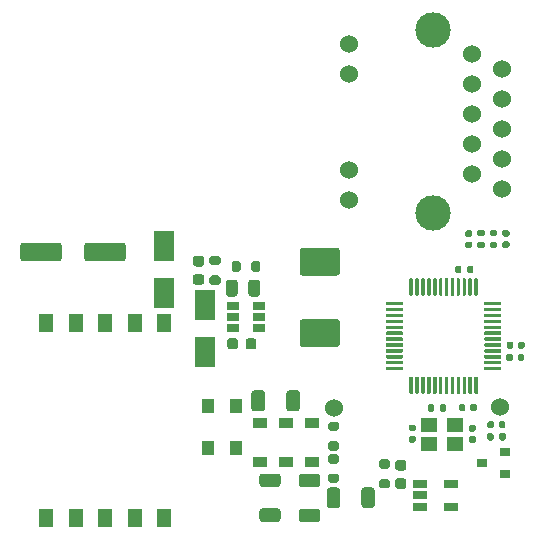
<source format=gbr>
%TF.GenerationSoftware,KiCad,Pcbnew,5.1.9+dfsg1-1*%
%TF.CreationDate,2022-11-11T12:06:48+03:00*%
%TF.ProjectId,Meteostation,4d657465-6f73-4746-9174-696f6e2e6b69,rev?*%
%TF.SameCoordinates,PX12b1280PY638dd70*%
%TF.FileFunction,Soldermask,Bot*%
%TF.FilePolarity,Negative*%
%FSLAX46Y46*%
G04 Gerber Fmt 4.6, Leading zero omitted, Abs format (unit mm)*
G04 Created by KiCad (PCBNEW 5.1.9+dfsg1-1) date 2022-11-11 12:06:48*
%MOMM*%
%LPD*%
G01*
G04 APERTURE LIST*
%ADD10R,1.800000X2.500000*%
%ADD11R,0.900000X0.800000*%
%ADD12R,1.220000X0.650000*%
%ADD13R,1.060000X0.650000*%
%ADD14C,1.524000*%
%ADD15R,1.200000X0.900000*%
%ADD16R,1.100000X1.200000*%
%ADD17C,3.000000*%
%ADD18R,1.400000X1.200000*%
%ADD19R,1.270000X1.550000*%
G04 APERTURE END LIST*
%TO.C,R13*%
G36*
G01*
X29490000Y2029999D02*
X29490000Y3280001D01*
G75*
G02*
X29739999Y3530000I249999J0D01*
G01*
X30365001Y3530000D01*
G75*
G02*
X30615000Y3280001I0J-249999D01*
G01*
X30615000Y2029999D01*
G75*
G02*
X30365001Y1780000I-249999J0D01*
G01*
X29739999Y1780000D01*
G75*
G02*
X29490000Y2029999I0J249999D01*
G01*
G37*
G36*
G01*
X26565000Y2029999D02*
X26565000Y3280001D01*
G75*
G02*
X26814999Y3530000I249999J0D01*
G01*
X27440001Y3530000D01*
G75*
G02*
X27690000Y3280001I0J-249999D01*
G01*
X27690000Y2029999D01*
G75*
G02*
X27440001Y1780000I-249999J0D01*
G01*
X26814999Y1780000D01*
G75*
G02*
X26565000Y2029999I0J249999D01*
G01*
G37*
%TD*%
%TO.C,C17*%
G36*
G01*
X24449999Y1740000D02*
X25750001Y1740000D01*
G75*
G02*
X26000000Y1490001I0J-249999D01*
G01*
X26000000Y839999D01*
G75*
G02*
X25750001Y590000I-249999J0D01*
G01*
X24449999Y590000D01*
G75*
G02*
X24200000Y839999I0J249999D01*
G01*
X24200000Y1490001D01*
G75*
G02*
X24449999Y1740000I249999J0D01*
G01*
G37*
G36*
G01*
X24449999Y4690000D02*
X25750001Y4690000D01*
G75*
G02*
X26000000Y4440001I0J-249999D01*
G01*
X26000000Y3789999D01*
G75*
G02*
X25750001Y3540000I-249999J0D01*
G01*
X24449999Y3540000D01*
G75*
G02*
X24200000Y3789999I0J249999D01*
G01*
X24200000Y4440001D01*
G75*
G02*
X24449999Y4690000I249999J0D01*
G01*
G37*
%TD*%
%TO.C,C6*%
G36*
G01*
X21099999Y1760000D02*
X22400001Y1760000D01*
G75*
G02*
X22650000Y1510001I0J-249999D01*
G01*
X22650000Y859999D01*
G75*
G02*
X22400001Y610000I-249999J0D01*
G01*
X21099999Y610000D01*
G75*
G02*
X20850000Y859999I0J249999D01*
G01*
X20850000Y1510001D01*
G75*
G02*
X21099999Y1760000I249999J0D01*
G01*
G37*
G36*
G01*
X21099999Y4710000D02*
X22400001Y4710000D01*
G75*
G02*
X22650000Y4460001I0J-249999D01*
G01*
X22650000Y3809999D01*
G75*
G02*
X22400001Y3560000I-249999J0D01*
G01*
X21099999Y3560000D01*
G75*
G02*
X20850000Y3809999I0J249999D01*
G01*
X20850000Y4460001D01*
G75*
G02*
X21099999Y4710000I249999J0D01*
G01*
G37*
%TD*%
%TO.C,C3*%
G36*
G01*
X21330000Y11510001D02*
X21330000Y10209999D01*
G75*
G02*
X21080001Y9960000I-249999J0D01*
G01*
X20429999Y9960000D01*
G75*
G02*
X20180000Y10209999I0J249999D01*
G01*
X20180000Y11510001D01*
G75*
G02*
X20429999Y11760000I249999J0D01*
G01*
X21080001Y11760000D01*
G75*
G02*
X21330000Y11510001I0J-249999D01*
G01*
G37*
G36*
G01*
X24280000Y11510001D02*
X24280000Y10209999D01*
G75*
G02*
X24030001Y9960000I-249999J0D01*
G01*
X23379999Y9960000D01*
G75*
G02*
X23130000Y10209999I0J249999D01*
G01*
X23130000Y11510001D01*
G75*
G02*
X23379999Y11760000I249999J0D01*
G01*
X24030001Y11760000D01*
G75*
G02*
X24280000Y11510001I0J-249999D01*
G01*
G37*
%TD*%
D10*
%TO.C,D10*%
X16230000Y19000000D03*
X16230000Y15000000D03*
%TD*%
%TO.C,D16*%
X12750000Y19965000D03*
X12750000Y23965000D03*
%TD*%
%TO.C,C30*%
G36*
G01*
X15450000Y21585000D02*
X15950000Y21585000D01*
G75*
G02*
X16175000Y21360000I0J-225000D01*
G01*
X16175000Y20910000D01*
G75*
G02*
X15950000Y20685000I-225000J0D01*
G01*
X15450000Y20685000D01*
G75*
G02*
X15225000Y20910000I0J225000D01*
G01*
X15225000Y21360000D01*
G75*
G02*
X15450000Y21585000I225000J0D01*
G01*
G37*
G36*
G01*
X15450000Y23135000D02*
X15950000Y23135000D01*
G75*
G02*
X16175000Y22910000I0J-225000D01*
G01*
X16175000Y22460000D01*
G75*
G02*
X15950000Y22235000I-225000J0D01*
G01*
X15450000Y22235000D01*
G75*
G02*
X15225000Y22460000I0J225000D01*
G01*
X15225000Y22910000D01*
G75*
G02*
X15450000Y23135000I225000J0D01*
G01*
G37*
%TD*%
%TO.C,R25*%
G36*
G01*
X40685000Y8000000D02*
X40685000Y7630000D01*
G75*
G02*
X40550000Y7495000I-135000J0D01*
G01*
X40280000Y7495000D01*
G75*
G02*
X40145000Y7630000I0J135000D01*
G01*
X40145000Y8000000D01*
G75*
G02*
X40280000Y8135000I135000J0D01*
G01*
X40550000Y8135000D01*
G75*
G02*
X40685000Y8000000I0J-135000D01*
G01*
G37*
G36*
G01*
X41705000Y8000000D02*
X41705000Y7630000D01*
G75*
G02*
X41570000Y7495000I-135000J0D01*
G01*
X41300000Y7495000D01*
G75*
G02*
X41165000Y7630000I0J135000D01*
G01*
X41165000Y8000000D01*
G75*
G02*
X41300000Y8135000I135000J0D01*
G01*
X41570000Y8135000D01*
G75*
G02*
X41705000Y8000000I0J-135000D01*
G01*
G37*
%TD*%
%TO.C,C21*%
G36*
G01*
X41125000Y8670000D02*
X41125000Y9010000D01*
G75*
G02*
X41265000Y9150000I140000J0D01*
G01*
X41545000Y9150000D01*
G75*
G02*
X41685000Y9010000I0J-140000D01*
G01*
X41685000Y8670000D01*
G75*
G02*
X41545000Y8530000I-140000J0D01*
G01*
X41265000Y8530000D01*
G75*
G02*
X41125000Y8670000I0J140000D01*
G01*
G37*
G36*
G01*
X40165000Y8670000D02*
X40165000Y9010000D01*
G75*
G02*
X40305000Y9150000I140000J0D01*
G01*
X40585000Y9150000D01*
G75*
G02*
X40725000Y9010000I0J-140000D01*
G01*
X40725000Y8670000D01*
G75*
G02*
X40585000Y8530000I-140000J0D01*
G01*
X40305000Y8530000D01*
G75*
G02*
X40165000Y8670000I0J140000D01*
G01*
G37*
%TD*%
%TO.C,R14*%
G36*
G01*
X39440000Y24325000D02*
X39810000Y24325000D01*
G75*
G02*
X39945000Y24190000I0J-135000D01*
G01*
X39945000Y23920000D01*
G75*
G02*
X39810000Y23785000I-135000J0D01*
G01*
X39440000Y23785000D01*
G75*
G02*
X39305000Y23920000I0J135000D01*
G01*
X39305000Y24190000D01*
G75*
G02*
X39440000Y24325000I135000J0D01*
G01*
G37*
G36*
G01*
X39440000Y25345000D02*
X39810000Y25345000D01*
G75*
G02*
X39945000Y25210000I0J-135000D01*
G01*
X39945000Y24940000D01*
G75*
G02*
X39810000Y24805000I-135000J0D01*
G01*
X39440000Y24805000D01*
G75*
G02*
X39305000Y24940000I0J135000D01*
G01*
X39305000Y25210000D01*
G75*
G02*
X39440000Y25345000I135000J0D01*
G01*
G37*
%TD*%
%TO.C,R12*%
G36*
G01*
X40490000Y24325000D02*
X40860000Y24325000D01*
G75*
G02*
X40995000Y24190000I0J-135000D01*
G01*
X40995000Y23920000D01*
G75*
G02*
X40860000Y23785000I-135000J0D01*
G01*
X40490000Y23785000D01*
G75*
G02*
X40355000Y23920000I0J135000D01*
G01*
X40355000Y24190000D01*
G75*
G02*
X40490000Y24325000I135000J0D01*
G01*
G37*
G36*
G01*
X40490000Y25345000D02*
X40860000Y25345000D01*
G75*
G02*
X40995000Y25210000I0J-135000D01*
G01*
X40995000Y24940000D01*
G75*
G02*
X40860000Y24805000I-135000J0D01*
G01*
X40490000Y24805000D01*
G75*
G02*
X40355000Y24940000I0J135000D01*
G01*
X40355000Y25210000D01*
G75*
G02*
X40490000Y25345000I135000J0D01*
G01*
G37*
%TD*%
%TO.C,C26*%
G36*
G01*
X38745000Y24740000D02*
X38405000Y24740000D01*
G75*
G02*
X38265000Y24880000I0J140000D01*
G01*
X38265000Y25160000D01*
G75*
G02*
X38405000Y25300000I140000J0D01*
G01*
X38745000Y25300000D01*
G75*
G02*
X38885000Y25160000I0J-140000D01*
G01*
X38885000Y24880000D01*
G75*
G02*
X38745000Y24740000I-140000J0D01*
G01*
G37*
G36*
G01*
X38745000Y23780000D02*
X38405000Y23780000D01*
G75*
G02*
X38265000Y23920000I0J140000D01*
G01*
X38265000Y24200000D01*
G75*
G02*
X38405000Y24340000I140000J0D01*
G01*
X38745000Y24340000D01*
G75*
G02*
X38885000Y24200000I0J-140000D01*
G01*
X38885000Y23920000D01*
G75*
G02*
X38745000Y23780000I-140000J0D01*
G01*
G37*
%TD*%
%TO.C,C25*%
G36*
G01*
X41895000Y24765000D02*
X41555000Y24765000D01*
G75*
G02*
X41415000Y24905000I0J140000D01*
G01*
X41415000Y25185000D01*
G75*
G02*
X41555000Y25325000I140000J0D01*
G01*
X41895000Y25325000D01*
G75*
G02*
X42035000Y25185000I0J-140000D01*
G01*
X42035000Y24905000D01*
G75*
G02*
X41895000Y24765000I-140000J0D01*
G01*
G37*
G36*
G01*
X41895000Y23805000D02*
X41555000Y23805000D01*
G75*
G02*
X41415000Y23945000I0J140000D01*
G01*
X41415000Y24225000D01*
G75*
G02*
X41555000Y24365000I140000J0D01*
G01*
X41895000Y24365000D01*
G75*
G02*
X42035000Y24225000I0J-140000D01*
G01*
X42035000Y23945000D01*
G75*
G02*
X41895000Y23805000I-140000J0D01*
G01*
G37*
%TD*%
D11*
%TO.C,Q3*%
X39680000Y5580000D03*
X41680000Y4630000D03*
X41680000Y6530000D03*
%TD*%
%TO.C,C22*%
G36*
G01*
X32570000Y4305000D02*
X33070000Y4305000D01*
G75*
G02*
X33295000Y4080000I0J-225000D01*
G01*
X33295000Y3630000D01*
G75*
G02*
X33070000Y3405000I-225000J0D01*
G01*
X32570000Y3405000D01*
G75*
G02*
X32345000Y3630000I0J225000D01*
G01*
X32345000Y4080000D01*
G75*
G02*
X32570000Y4305000I225000J0D01*
G01*
G37*
G36*
G01*
X32570000Y5855000D02*
X33070000Y5855000D01*
G75*
G02*
X33295000Y5630000I0J-225000D01*
G01*
X33295000Y5180000D01*
G75*
G02*
X33070000Y4955000I-225000J0D01*
G01*
X32570000Y4955000D01*
G75*
G02*
X32345000Y5180000I0J225000D01*
G01*
X32345000Y5630000D01*
G75*
G02*
X32570000Y5855000I225000J0D01*
G01*
G37*
%TD*%
%TO.C,L2*%
G36*
G01*
X27435000Y21470000D02*
X24505000Y21470000D01*
G75*
G02*
X24270000Y21705000I0J235000D01*
G01*
X24270000Y23585000D01*
G75*
G02*
X24505000Y23820000I235000J0D01*
G01*
X27435000Y23820000D01*
G75*
G02*
X27670000Y23585000I0J-235000D01*
G01*
X27670000Y21705000D01*
G75*
G02*
X27435000Y21470000I-235000J0D01*
G01*
G37*
G36*
G01*
X27435000Y15420000D02*
X24505000Y15420000D01*
G75*
G02*
X24270000Y15655000I0J235000D01*
G01*
X24270000Y17535000D01*
G75*
G02*
X24505000Y17770000I235000J0D01*
G01*
X27435000Y17770000D01*
G75*
G02*
X27670000Y17535000I0J-235000D01*
G01*
X27670000Y15655000D01*
G75*
G02*
X27435000Y15420000I-235000J0D01*
G01*
G37*
%TD*%
D12*
%TO.C,U3*%
X37070000Y1910000D03*
X37070000Y3810000D03*
X34450000Y3810000D03*
X34450000Y2860000D03*
X34450000Y1910000D03*
%TD*%
D13*
%TO.C,U2*%
X20790000Y17950000D03*
X20790000Y17000000D03*
X20790000Y18900000D03*
X18590000Y18900000D03*
X18590000Y17950000D03*
X18590000Y17000000D03*
%TD*%
%TO.C,R20*%
G36*
G01*
X26865000Y7455000D02*
X27415000Y7455000D01*
G75*
G02*
X27615000Y7255000I0J-200000D01*
G01*
X27615000Y6855000D01*
G75*
G02*
X27415000Y6655000I-200000J0D01*
G01*
X26865000Y6655000D01*
G75*
G02*
X26665000Y6855000I0J200000D01*
G01*
X26665000Y7255000D01*
G75*
G02*
X26865000Y7455000I200000J0D01*
G01*
G37*
G36*
G01*
X26865000Y9105000D02*
X27415000Y9105000D01*
G75*
G02*
X27615000Y8905000I0J-200000D01*
G01*
X27615000Y8505000D01*
G75*
G02*
X27415000Y8305000I-200000J0D01*
G01*
X26865000Y8305000D01*
G75*
G02*
X26665000Y8505000I0J200000D01*
G01*
X26665000Y8905000D01*
G75*
G02*
X26865000Y9105000I200000J0D01*
G01*
G37*
%TD*%
%TO.C,R17*%
G36*
G01*
X26865000Y4705000D02*
X27415000Y4705000D01*
G75*
G02*
X27615000Y4505000I0J-200000D01*
G01*
X27615000Y4105000D01*
G75*
G02*
X27415000Y3905000I-200000J0D01*
G01*
X26865000Y3905000D01*
G75*
G02*
X26665000Y4105000I0J200000D01*
G01*
X26665000Y4505000D01*
G75*
G02*
X26865000Y4705000I200000J0D01*
G01*
G37*
G36*
G01*
X26865000Y6355000D02*
X27415000Y6355000D01*
G75*
G02*
X27615000Y6155000I0J-200000D01*
G01*
X27615000Y5755000D01*
G75*
G02*
X27415000Y5555000I-200000J0D01*
G01*
X26865000Y5555000D01*
G75*
G02*
X26665000Y5755000I0J200000D01*
G01*
X26665000Y6155000D01*
G75*
G02*
X26865000Y6355000I200000J0D01*
G01*
G37*
%TD*%
%TO.C,R16*%
G36*
G01*
X31715000Y5105000D02*
X31165000Y5105000D01*
G75*
G02*
X30965000Y5305000I0J200000D01*
G01*
X30965000Y5705000D01*
G75*
G02*
X31165000Y5905000I200000J0D01*
G01*
X31715000Y5905000D01*
G75*
G02*
X31915000Y5705000I0J-200000D01*
G01*
X31915000Y5305000D01*
G75*
G02*
X31715000Y5105000I-200000J0D01*
G01*
G37*
G36*
G01*
X31715000Y3455000D02*
X31165000Y3455000D01*
G75*
G02*
X30965000Y3655000I0J200000D01*
G01*
X30965000Y4055000D01*
G75*
G02*
X31165000Y4255000I200000J0D01*
G01*
X31715000Y4255000D01*
G75*
G02*
X31915000Y4055000I0J-200000D01*
G01*
X31915000Y3655000D01*
G75*
G02*
X31715000Y3455000I-200000J0D01*
G01*
G37*
%TD*%
%TO.C,R8*%
G36*
G01*
X16815000Y21485000D02*
X17365000Y21485000D01*
G75*
G02*
X17565000Y21285000I0J-200000D01*
G01*
X17565000Y20885000D01*
G75*
G02*
X17365000Y20685000I-200000J0D01*
G01*
X16815000Y20685000D01*
G75*
G02*
X16615000Y20885000I0J200000D01*
G01*
X16615000Y21285000D01*
G75*
G02*
X16815000Y21485000I200000J0D01*
G01*
G37*
G36*
G01*
X16815000Y23135000D02*
X17365000Y23135000D01*
G75*
G02*
X17565000Y22935000I0J-200000D01*
G01*
X17565000Y22535000D01*
G75*
G02*
X17365000Y22335000I-200000J0D01*
G01*
X16815000Y22335000D01*
G75*
G02*
X16615000Y22535000I0J200000D01*
G01*
X16615000Y22935000D01*
G75*
G02*
X16815000Y23135000I200000J0D01*
G01*
G37*
%TD*%
%TO.C,R7*%
G36*
G01*
X19295000Y22495000D02*
X19295000Y21945000D01*
G75*
G02*
X19095000Y21745000I-200000J0D01*
G01*
X18695000Y21745000D01*
G75*
G02*
X18495000Y21945000I0J200000D01*
G01*
X18495000Y22495000D01*
G75*
G02*
X18695000Y22695000I200000J0D01*
G01*
X19095000Y22695000D01*
G75*
G02*
X19295000Y22495000I0J-200000D01*
G01*
G37*
G36*
G01*
X20945000Y22495000D02*
X20945000Y21945000D01*
G75*
G02*
X20745000Y21745000I-200000J0D01*
G01*
X20345000Y21745000D01*
G75*
G02*
X20145000Y21945000I0J200000D01*
G01*
X20145000Y22495000D01*
G75*
G02*
X20345000Y22695000I200000J0D01*
G01*
X20745000Y22695000D01*
G75*
G02*
X20945000Y22495000I0J-200000D01*
G01*
G37*
%TD*%
D14*
%TO.C,J11*%
X41200000Y10340000D03*
%TD*%
%TO.C,J10*%
X27140000Y10280000D03*
%TD*%
D15*
%TO.C,D12*%
X25280000Y8990000D03*
X25280000Y5690000D03*
%TD*%
%TO.C,D7*%
X23105000Y5690000D03*
X23105000Y8990000D03*
%TD*%
%TO.C,D2*%
X20930000Y8990000D03*
X20930000Y5690000D03*
%TD*%
D16*
%TO.C,D1*%
X18835000Y10460000D03*
X18835000Y6860000D03*
X16485000Y10460000D03*
X16485000Y6860000D03*
%TD*%
%TO.C,C8*%
G36*
G01*
X19685000Y15440000D02*
X19685000Y15940000D01*
G75*
G02*
X19910000Y16165000I225000J0D01*
G01*
X20360000Y16165000D01*
G75*
G02*
X20585000Y15940000I0J-225000D01*
G01*
X20585000Y15440000D01*
G75*
G02*
X20360000Y15215000I-225000J0D01*
G01*
X19910000Y15215000D01*
G75*
G02*
X19685000Y15440000I0J225000D01*
G01*
G37*
G36*
G01*
X18135000Y15440000D02*
X18135000Y15940000D01*
G75*
G02*
X18360000Y16165000I225000J0D01*
G01*
X18810000Y16165000D01*
G75*
G02*
X19035000Y15940000I0J-225000D01*
G01*
X19035000Y15440000D01*
G75*
G02*
X18810000Y15215000I-225000J0D01*
G01*
X18360000Y15215000D01*
G75*
G02*
X18135000Y15440000I0J225000D01*
G01*
G37*
%TD*%
%TO.C,D3*%
G36*
G01*
X31625000Y19240000D02*
X32950000Y19240000D01*
G75*
G02*
X33025000Y19165000I0J-75000D01*
G01*
X33025000Y19015000D01*
G75*
G02*
X32950000Y18940000I-75000J0D01*
G01*
X31625000Y18940000D01*
G75*
G02*
X31550000Y19015000I0J75000D01*
G01*
X31550000Y19165000D01*
G75*
G02*
X31625000Y19240000I75000J0D01*
G01*
G37*
G36*
G01*
X31625000Y18740000D02*
X32950000Y18740000D01*
G75*
G02*
X33025000Y18665000I0J-75000D01*
G01*
X33025000Y18515000D01*
G75*
G02*
X32950000Y18440000I-75000J0D01*
G01*
X31625000Y18440000D01*
G75*
G02*
X31550000Y18515000I0J75000D01*
G01*
X31550000Y18665000D01*
G75*
G02*
X31625000Y18740000I75000J0D01*
G01*
G37*
G36*
G01*
X31625000Y18240000D02*
X32950000Y18240000D01*
G75*
G02*
X33025000Y18165000I0J-75000D01*
G01*
X33025000Y18015000D01*
G75*
G02*
X32950000Y17940000I-75000J0D01*
G01*
X31625000Y17940000D01*
G75*
G02*
X31550000Y18015000I0J75000D01*
G01*
X31550000Y18165000D01*
G75*
G02*
X31625000Y18240000I75000J0D01*
G01*
G37*
G36*
G01*
X31625000Y17740000D02*
X32950000Y17740000D01*
G75*
G02*
X33025000Y17665000I0J-75000D01*
G01*
X33025000Y17515000D01*
G75*
G02*
X32950000Y17440000I-75000J0D01*
G01*
X31625000Y17440000D01*
G75*
G02*
X31550000Y17515000I0J75000D01*
G01*
X31550000Y17665000D01*
G75*
G02*
X31625000Y17740000I75000J0D01*
G01*
G37*
G36*
G01*
X31625000Y17240000D02*
X32950000Y17240000D01*
G75*
G02*
X33025000Y17165000I0J-75000D01*
G01*
X33025000Y17015000D01*
G75*
G02*
X32950000Y16940000I-75000J0D01*
G01*
X31625000Y16940000D01*
G75*
G02*
X31550000Y17015000I0J75000D01*
G01*
X31550000Y17165000D01*
G75*
G02*
X31625000Y17240000I75000J0D01*
G01*
G37*
G36*
G01*
X31625000Y16740000D02*
X32950000Y16740000D01*
G75*
G02*
X33025000Y16665000I0J-75000D01*
G01*
X33025000Y16515000D01*
G75*
G02*
X32950000Y16440000I-75000J0D01*
G01*
X31625000Y16440000D01*
G75*
G02*
X31550000Y16515000I0J75000D01*
G01*
X31550000Y16665000D01*
G75*
G02*
X31625000Y16740000I75000J0D01*
G01*
G37*
G36*
G01*
X31625000Y16240000D02*
X32950000Y16240000D01*
G75*
G02*
X33025000Y16165000I0J-75000D01*
G01*
X33025000Y16015000D01*
G75*
G02*
X32950000Y15940000I-75000J0D01*
G01*
X31625000Y15940000D01*
G75*
G02*
X31550000Y16015000I0J75000D01*
G01*
X31550000Y16165000D01*
G75*
G02*
X31625000Y16240000I75000J0D01*
G01*
G37*
G36*
G01*
X31625000Y15740000D02*
X32950000Y15740000D01*
G75*
G02*
X33025000Y15665000I0J-75000D01*
G01*
X33025000Y15515000D01*
G75*
G02*
X32950000Y15440000I-75000J0D01*
G01*
X31625000Y15440000D01*
G75*
G02*
X31550000Y15515000I0J75000D01*
G01*
X31550000Y15665000D01*
G75*
G02*
X31625000Y15740000I75000J0D01*
G01*
G37*
G36*
G01*
X31625000Y15240000D02*
X32950000Y15240000D01*
G75*
G02*
X33025000Y15165000I0J-75000D01*
G01*
X33025000Y15015000D01*
G75*
G02*
X32950000Y14940000I-75000J0D01*
G01*
X31625000Y14940000D01*
G75*
G02*
X31550000Y15015000I0J75000D01*
G01*
X31550000Y15165000D01*
G75*
G02*
X31625000Y15240000I75000J0D01*
G01*
G37*
G36*
G01*
X31625000Y14740000D02*
X32950000Y14740000D01*
G75*
G02*
X33025000Y14665000I0J-75000D01*
G01*
X33025000Y14515000D01*
G75*
G02*
X32950000Y14440000I-75000J0D01*
G01*
X31625000Y14440000D01*
G75*
G02*
X31550000Y14515000I0J75000D01*
G01*
X31550000Y14665000D01*
G75*
G02*
X31625000Y14740000I75000J0D01*
G01*
G37*
G36*
G01*
X31625000Y14240000D02*
X32950000Y14240000D01*
G75*
G02*
X33025000Y14165000I0J-75000D01*
G01*
X33025000Y14015000D01*
G75*
G02*
X32950000Y13940000I-75000J0D01*
G01*
X31625000Y13940000D01*
G75*
G02*
X31550000Y14015000I0J75000D01*
G01*
X31550000Y14165000D01*
G75*
G02*
X31625000Y14240000I75000J0D01*
G01*
G37*
G36*
G01*
X31625000Y13740000D02*
X32950000Y13740000D01*
G75*
G02*
X33025000Y13665000I0J-75000D01*
G01*
X33025000Y13515000D01*
G75*
G02*
X32950000Y13440000I-75000J0D01*
G01*
X31625000Y13440000D01*
G75*
G02*
X31550000Y13515000I0J75000D01*
G01*
X31550000Y13665000D01*
G75*
G02*
X31625000Y13740000I75000J0D01*
G01*
G37*
G36*
G01*
X33625000Y12915000D02*
X33775000Y12915000D01*
G75*
G02*
X33850000Y12840000I0J-75000D01*
G01*
X33850000Y11515000D01*
G75*
G02*
X33775000Y11440000I-75000J0D01*
G01*
X33625000Y11440000D01*
G75*
G02*
X33550000Y11515000I0J75000D01*
G01*
X33550000Y12840000D01*
G75*
G02*
X33625000Y12915000I75000J0D01*
G01*
G37*
G36*
G01*
X34125000Y12915000D02*
X34275000Y12915000D01*
G75*
G02*
X34350000Y12840000I0J-75000D01*
G01*
X34350000Y11515000D01*
G75*
G02*
X34275000Y11440000I-75000J0D01*
G01*
X34125000Y11440000D01*
G75*
G02*
X34050000Y11515000I0J75000D01*
G01*
X34050000Y12840000D01*
G75*
G02*
X34125000Y12915000I75000J0D01*
G01*
G37*
G36*
G01*
X34625000Y12915000D02*
X34775000Y12915000D01*
G75*
G02*
X34850000Y12840000I0J-75000D01*
G01*
X34850000Y11515000D01*
G75*
G02*
X34775000Y11440000I-75000J0D01*
G01*
X34625000Y11440000D01*
G75*
G02*
X34550000Y11515000I0J75000D01*
G01*
X34550000Y12840000D01*
G75*
G02*
X34625000Y12915000I75000J0D01*
G01*
G37*
G36*
G01*
X35125000Y12915000D02*
X35275000Y12915000D01*
G75*
G02*
X35350000Y12840000I0J-75000D01*
G01*
X35350000Y11515000D01*
G75*
G02*
X35275000Y11440000I-75000J0D01*
G01*
X35125000Y11440000D01*
G75*
G02*
X35050000Y11515000I0J75000D01*
G01*
X35050000Y12840000D01*
G75*
G02*
X35125000Y12915000I75000J0D01*
G01*
G37*
G36*
G01*
X35625000Y12915000D02*
X35775000Y12915000D01*
G75*
G02*
X35850000Y12840000I0J-75000D01*
G01*
X35850000Y11515000D01*
G75*
G02*
X35775000Y11440000I-75000J0D01*
G01*
X35625000Y11440000D01*
G75*
G02*
X35550000Y11515000I0J75000D01*
G01*
X35550000Y12840000D01*
G75*
G02*
X35625000Y12915000I75000J0D01*
G01*
G37*
G36*
G01*
X36125000Y12915000D02*
X36275000Y12915000D01*
G75*
G02*
X36350000Y12840000I0J-75000D01*
G01*
X36350000Y11515000D01*
G75*
G02*
X36275000Y11440000I-75000J0D01*
G01*
X36125000Y11440000D01*
G75*
G02*
X36050000Y11515000I0J75000D01*
G01*
X36050000Y12840000D01*
G75*
G02*
X36125000Y12915000I75000J0D01*
G01*
G37*
G36*
G01*
X36625000Y12915000D02*
X36775000Y12915000D01*
G75*
G02*
X36850000Y12840000I0J-75000D01*
G01*
X36850000Y11515000D01*
G75*
G02*
X36775000Y11440000I-75000J0D01*
G01*
X36625000Y11440000D01*
G75*
G02*
X36550000Y11515000I0J75000D01*
G01*
X36550000Y12840000D01*
G75*
G02*
X36625000Y12915000I75000J0D01*
G01*
G37*
G36*
G01*
X37125000Y12915000D02*
X37275000Y12915000D01*
G75*
G02*
X37350000Y12840000I0J-75000D01*
G01*
X37350000Y11515000D01*
G75*
G02*
X37275000Y11440000I-75000J0D01*
G01*
X37125000Y11440000D01*
G75*
G02*
X37050000Y11515000I0J75000D01*
G01*
X37050000Y12840000D01*
G75*
G02*
X37125000Y12915000I75000J0D01*
G01*
G37*
G36*
G01*
X37625000Y12915000D02*
X37775000Y12915000D01*
G75*
G02*
X37850000Y12840000I0J-75000D01*
G01*
X37850000Y11515000D01*
G75*
G02*
X37775000Y11440000I-75000J0D01*
G01*
X37625000Y11440000D01*
G75*
G02*
X37550000Y11515000I0J75000D01*
G01*
X37550000Y12840000D01*
G75*
G02*
X37625000Y12915000I75000J0D01*
G01*
G37*
G36*
G01*
X38125000Y12915000D02*
X38275000Y12915000D01*
G75*
G02*
X38350000Y12840000I0J-75000D01*
G01*
X38350000Y11515000D01*
G75*
G02*
X38275000Y11440000I-75000J0D01*
G01*
X38125000Y11440000D01*
G75*
G02*
X38050000Y11515000I0J75000D01*
G01*
X38050000Y12840000D01*
G75*
G02*
X38125000Y12915000I75000J0D01*
G01*
G37*
G36*
G01*
X38625000Y12915000D02*
X38775000Y12915000D01*
G75*
G02*
X38850000Y12840000I0J-75000D01*
G01*
X38850000Y11515000D01*
G75*
G02*
X38775000Y11440000I-75000J0D01*
G01*
X38625000Y11440000D01*
G75*
G02*
X38550000Y11515000I0J75000D01*
G01*
X38550000Y12840000D01*
G75*
G02*
X38625000Y12915000I75000J0D01*
G01*
G37*
G36*
G01*
X39125000Y12915000D02*
X39275000Y12915000D01*
G75*
G02*
X39350000Y12840000I0J-75000D01*
G01*
X39350000Y11515000D01*
G75*
G02*
X39275000Y11440000I-75000J0D01*
G01*
X39125000Y11440000D01*
G75*
G02*
X39050000Y11515000I0J75000D01*
G01*
X39050000Y12840000D01*
G75*
G02*
X39125000Y12915000I75000J0D01*
G01*
G37*
G36*
G01*
X39950000Y13740000D02*
X41275000Y13740000D01*
G75*
G02*
X41350000Y13665000I0J-75000D01*
G01*
X41350000Y13515000D01*
G75*
G02*
X41275000Y13440000I-75000J0D01*
G01*
X39950000Y13440000D01*
G75*
G02*
X39875000Y13515000I0J75000D01*
G01*
X39875000Y13665000D01*
G75*
G02*
X39950000Y13740000I75000J0D01*
G01*
G37*
G36*
G01*
X39950000Y14240000D02*
X41275000Y14240000D01*
G75*
G02*
X41350000Y14165000I0J-75000D01*
G01*
X41350000Y14015000D01*
G75*
G02*
X41275000Y13940000I-75000J0D01*
G01*
X39950000Y13940000D01*
G75*
G02*
X39875000Y14015000I0J75000D01*
G01*
X39875000Y14165000D01*
G75*
G02*
X39950000Y14240000I75000J0D01*
G01*
G37*
G36*
G01*
X39950000Y14740000D02*
X41275000Y14740000D01*
G75*
G02*
X41350000Y14665000I0J-75000D01*
G01*
X41350000Y14515000D01*
G75*
G02*
X41275000Y14440000I-75000J0D01*
G01*
X39950000Y14440000D01*
G75*
G02*
X39875000Y14515000I0J75000D01*
G01*
X39875000Y14665000D01*
G75*
G02*
X39950000Y14740000I75000J0D01*
G01*
G37*
G36*
G01*
X39950000Y15240000D02*
X41275000Y15240000D01*
G75*
G02*
X41350000Y15165000I0J-75000D01*
G01*
X41350000Y15015000D01*
G75*
G02*
X41275000Y14940000I-75000J0D01*
G01*
X39950000Y14940000D01*
G75*
G02*
X39875000Y15015000I0J75000D01*
G01*
X39875000Y15165000D01*
G75*
G02*
X39950000Y15240000I75000J0D01*
G01*
G37*
G36*
G01*
X39950000Y15740000D02*
X41275000Y15740000D01*
G75*
G02*
X41350000Y15665000I0J-75000D01*
G01*
X41350000Y15515000D01*
G75*
G02*
X41275000Y15440000I-75000J0D01*
G01*
X39950000Y15440000D01*
G75*
G02*
X39875000Y15515000I0J75000D01*
G01*
X39875000Y15665000D01*
G75*
G02*
X39950000Y15740000I75000J0D01*
G01*
G37*
G36*
G01*
X39950000Y16240000D02*
X41275000Y16240000D01*
G75*
G02*
X41350000Y16165000I0J-75000D01*
G01*
X41350000Y16015000D01*
G75*
G02*
X41275000Y15940000I-75000J0D01*
G01*
X39950000Y15940000D01*
G75*
G02*
X39875000Y16015000I0J75000D01*
G01*
X39875000Y16165000D01*
G75*
G02*
X39950000Y16240000I75000J0D01*
G01*
G37*
G36*
G01*
X39950000Y16740000D02*
X41275000Y16740000D01*
G75*
G02*
X41350000Y16665000I0J-75000D01*
G01*
X41350000Y16515000D01*
G75*
G02*
X41275000Y16440000I-75000J0D01*
G01*
X39950000Y16440000D01*
G75*
G02*
X39875000Y16515000I0J75000D01*
G01*
X39875000Y16665000D01*
G75*
G02*
X39950000Y16740000I75000J0D01*
G01*
G37*
G36*
G01*
X39950000Y17240000D02*
X41275000Y17240000D01*
G75*
G02*
X41350000Y17165000I0J-75000D01*
G01*
X41350000Y17015000D01*
G75*
G02*
X41275000Y16940000I-75000J0D01*
G01*
X39950000Y16940000D01*
G75*
G02*
X39875000Y17015000I0J75000D01*
G01*
X39875000Y17165000D01*
G75*
G02*
X39950000Y17240000I75000J0D01*
G01*
G37*
G36*
G01*
X39950000Y17740000D02*
X41275000Y17740000D01*
G75*
G02*
X41350000Y17665000I0J-75000D01*
G01*
X41350000Y17515000D01*
G75*
G02*
X41275000Y17440000I-75000J0D01*
G01*
X39950000Y17440000D01*
G75*
G02*
X39875000Y17515000I0J75000D01*
G01*
X39875000Y17665000D01*
G75*
G02*
X39950000Y17740000I75000J0D01*
G01*
G37*
G36*
G01*
X39950000Y18240000D02*
X41275000Y18240000D01*
G75*
G02*
X41350000Y18165000I0J-75000D01*
G01*
X41350000Y18015000D01*
G75*
G02*
X41275000Y17940000I-75000J0D01*
G01*
X39950000Y17940000D01*
G75*
G02*
X39875000Y18015000I0J75000D01*
G01*
X39875000Y18165000D01*
G75*
G02*
X39950000Y18240000I75000J0D01*
G01*
G37*
G36*
G01*
X39950000Y18740000D02*
X41275000Y18740000D01*
G75*
G02*
X41350000Y18665000I0J-75000D01*
G01*
X41350000Y18515000D01*
G75*
G02*
X41275000Y18440000I-75000J0D01*
G01*
X39950000Y18440000D01*
G75*
G02*
X39875000Y18515000I0J75000D01*
G01*
X39875000Y18665000D01*
G75*
G02*
X39950000Y18740000I75000J0D01*
G01*
G37*
G36*
G01*
X39950000Y19240000D02*
X41275000Y19240000D01*
G75*
G02*
X41350000Y19165000I0J-75000D01*
G01*
X41350000Y19015000D01*
G75*
G02*
X41275000Y18940000I-75000J0D01*
G01*
X39950000Y18940000D01*
G75*
G02*
X39875000Y19015000I0J75000D01*
G01*
X39875000Y19165000D01*
G75*
G02*
X39950000Y19240000I75000J0D01*
G01*
G37*
G36*
G01*
X39125000Y21240000D02*
X39275000Y21240000D01*
G75*
G02*
X39350000Y21165000I0J-75000D01*
G01*
X39350000Y19840000D01*
G75*
G02*
X39275000Y19765000I-75000J0D01*
G01*
X39125000Y19765000D01*
G75*
G02*
X39050000Y19840000I0J75000D01*
G01*
X39050000Y21165000D01*
G75*
G02*
X39125000Y21240000I75000J0D01*
G01*
G37*
G36*
G01*
X38625000Y21240000D02*
X38775000Y21240000D01*
G75*
G02*
X38850000Y21165000I0J-75000D01*
G01*
X38850000Y19840000D01*
G75*
G02*
X38775000Y19765000I-75000J0D01*
G01*
X38625000Y19765000D01*
G75*
G02*
X38550000Y19840000I0J75000D01*
G01*
X38550000Y21165000D01*
G75*
G02*
X38625000Y21240000I75000J0D01*
G01*
G37*
G36*
G01*
X38125000Y21240000D02*
X38275000Y21240000D01*
G75*
G02*
X38350000Y21165000I0J-75000D01*
G01*
X38350000Y19840000D01*
G75*
G02*
X38275000Y19765000I-75000J0D01*
G01*
X38125000Y19765000D01*
G75*
G02*
X38050000Y19840000I0J75000D01*
G01*
X38050000Y21165000D01*
G75*
G02*
X38125000Y21240000I75000J0D01*
G01*
G37*
G36*
G01*
X37625000Y21240000D02*
X37775000Y21240000D01*
G75*
G02*
X37850000Y21165000I0J-75000D01*
G01*
X37850000Y19840000D01*
G75*
G02*
X37775000Y19765000I-75000J0D01*
G01*
X37625000Y19765000D01*
G75*
G02*
X37550000Y19840000I0J75000D01*
G01*
X37550000Y21165000D01*
G75*
G02*
X37625000Y21240000I75000J0D01*
G01*
G37*
G36*
G01*
X37125000Y21240000D02*
X37275000Y21240000D01*
G75*
G02*
X37350000Y21165000I0J-75000D01*
G01*
X37350000Y19840000D01*
G75*
G02*
X37275000Y19765000I-75000J0D01*
G01*
X37125000Y19765000D01*
G75*
G02*
X37050000Y19840000I0J75000D01*
G01*
X37050000Y21165000D01*
G75*
G02*
X37125000Y21240000I75000J0D01*
G01*
G37*
G36*
G01*
X36625000Y21240000D02*
X36775000Y21240000D01*
G75*
G02*
X36850000Y21165000I0J-75000D01*
G01*
X36850000Y19840000D01*
G75*
G02*
X36775000Y19765000I-75000J0D01*
G01*
X36625000Y19765000D01*
G75*
G02*
X36550000Y19840000I0J75000D01*
G01*
X36550000Y21165000D01*
G75*
G02*
X36625000Y21240000I75000J0D01*
G01*
G37*
G36*
G01*
X36125000Y21240000D02*
X36275000Y21240000D01*
G75*
G02*
X36350000Y21165000I0J-75000D01*
G01*
X36350000Y19840000D01*
G75*
G02*
X36275000Y19765000I-75000J0D01*
G01*
X36125000Y19765000D01*
G75*
G02*
X36050000Y19840000I0J75000D01*
G01*
X36050000Y21165000D01*
G75*
G02*
X36125000Y21240000I75000J0D01*
G01*
G37*
G36*
G01*
X35625000Y21240000D02*
X35775000Y21240000D01*
G75*
G02*
X35850000Y21165000I0J-75000D01*
G01*
X35850000Y19840000D01*
G75*
G02*
X35775000Y19765000I-75000J0D01*
G01*
X35625000Y19765000D01*
G75*
G02*
X35550000Y19840000I0J75000D01*
G01*
X35550000Y21165000D01*
G75*
G02*
X35625000Y21240000I75000J0D01*
G01*
G37*
G36*
G01*
X35125000Y21240000D02*
X35275000Y21240000D01*
G75*
G02*
X35350000Y21165000I0J-75000D01*
G01*
X35350000Y19840000D01*
G75*
G02*
X35275000Y19765000I-75000J0D01*
G01*
X35125000Y19765000D01*
G75*
G02*
X35050000Y19840000I0J75000D01*
G01*
X35050000Y21165000D01*
G75*
G02*
X35125000Y21240000I75000J0D01*
G01*
G37*
G36*
G01*
X34625000Y21240000D02*
X34775000Y21240000D01*
G75*
G02*
X34850000Y21165000I0J-75000D01*
G01*
X34850000Y19840000D01*
G75*
G02*
X34775000Y19765000I-75000J0D01*
G01*
X34625000Y19765000D01*
G75*
G02*
X34550000Y19840000I0J75000D01*
G01*
X34550000Y21165000D01*
G75*
G02*
X34625000Y21240000I75000J0D01*
G01*
G37*
G36*
G01*
X34125000Y21240000D02*
X34275000Y21240000D01*
G75*
G02*
X34350000Y21165000I0J-75000D01*
G01*
X34350000Y19840000D01*
G75*
G02*
X34275000Y19765000I-75000J0D01*
G01*
X34125000Y19765000D01*
G75*
G02*
X34050000Y19840000I0J75000D01*
G01*
X34050000Y21165000D01*
G75*
G02*
X34125000Y21240000I75000J0D01*
G01*
G37*
G36*
G01*
X33625000Y21240000D02*
X33775000Y21240000D01*
G75*
G02*
X33850000Y21165000I0J-75000D01*
G01*
X33850000Y19840000D01*
G75*
G02*
X33775000Y19765000I-75000J0D01*
G01*
X33625000Y19765000D01*
G75*
G02*
X33550000Y19840000I0J75000D01*
G01*
X33550000Y21165000D01*
G75*
G02*
X33625000Y21240000I75000J0D01*
G01*
G37*
%TD*%
%TO.C,C1*%
G36*
G01*
X19020000Y20875000D02*
X19020000Y19925000D01*
G75*
G02*
X18770000Y19675000I-250000J0D01*
G01*
X18270000Y19675000D01*
G75*
G02*
X18020000Y19925000I0J250000D01*
G01*
X18020000Y20875000D01*
G75*
G02*
X18270000Y21125000I250000J0D01*
G01*
X18770000Y21125000D01*
G75*
G02*
X19020000Y20875000I0J-250000D01*
G01*
G37*
G36*
G01*
X20920000Y20875000D02*
X20920000Y19925000D01*
G75*
G02*
X20670000Y19675000I-250000J0D01*
G01*
X20170000Y19675000D01*
G75*
G02*
X19920000Y19925000I0J250000D01*
G01*
X19920000Y20875000D01*
G75*
G02*
X20170000Y21125000I250000J0D01*
G01*
X20670000Y21125000D01*
G75*
G02*
X20920000Y20875000I0J-250000D01*
G01*
G37*
%TD*%
D17*
%TO.C,T1*%
X35575000Y42235000D03*
X35575000Y26745000D03*
D14*
X28445000Y38575000D03*
X28445000Y41115000D03*
X28445000Y30405000D03*
X28445000Y27865000D03*
X38875000Y30045000D03*
X38875000Y32585000D03*
X38875000Y35125000D03*
X38875000Y37665000D03*
X38875000Y40205000D03*
X41415000Y28775000D03*
X41415000Y31315000D03*
X41415000Y33855000D03*
X41415000Y36395000D03*
X41415000Y38935000D03*
%TD*%
%TO.C,R11*%
G36*
G01*
X38440000Y21805000D02*
X38440000Y22175000D01*
G75*
G02*
X38575000Y22310000I135000J0D01*
G01*
X38845000Y22310000D01*
G75*
G02*
X38980000Y22175000I0J-135000D01*
G01*
X38980000Y21805000D01*
G75*
G02*
X38845000Y21670000I-135000J0D01*
G01*
X38575000Y21670000D01*
G75*
G02*
X38440000Y21805000I0J135000D01*
G01*
G37*
G36*
G01*
X37420000Y21805000D02*
X37420000Y22175000D01*
G75*
G02*
X37555000Y22310000I135000J0D01*
G01*
X37825000Y22310000D01*
G75*
G02*
X37960000Y22175000I0J-135000D01*
G01*
X37960000Y21805000D01*
G75*
G02*
X37825000Y21670000I-135000J0D01*
G01*
X37555000Y21670000D01*
G75*
G02*
X37420000Y21805000I0J135000D01*
G01*
G37*
%TD*%
D18*
%TO.C,Y2*%
X35225000Y7240000D03*
X37425000Y7240000D03*
X37425000Y8840000D03*
X35225000Y8840000D03*
%TD*%
D19*
%TO.C,D14*%
X12800000Y17485000D03*
X10300000Y17485000D03*
X7800000Y17485000D03*
X5300000Y17485000D03*
X2800000Y17485000D03*
X2800000Y945000D03*
X5300000Y945000D03*
X7800000Y945000D03*
X10300000Y945000D03*
X12800000Y945000D03*
%TD*%
%TO.C,R1*%
G36*
G01*
X35660000Y10425000D02*
X35660000Y10055000D01*
G75*
G02*
X35525000Y9920000I-135000J0D01*
G01*
X35255000Y9920000D01*
G75*
G02*
X35120000Y10055000I0J135000D01*
G01*
X35120000Y10425000D01*
G75*
G02*
X35255000Y10560000I135000J0D01*
G01*
X35525000Y10560000D01*
G75*
G02*
X35660000Y10425000I0J-135000D01*
G01*
G37*
G36*
G01*
X36680000Y10425000D02*
X36680000Y10055000D01*
G75*
G02*
X36545000Y9920000I-135000J0D01*
G01*
X36275000Y9920000D01*
G75*
G02*
X36140000Y10055000I0J135000D01*
G01*
X36140000Y10425000D01*
G75*
G02*
X36275000Y10560000I135000J0D01*
G01*
X36545000Y10560000D01*
G75*
G02*
X36680000Y10425000I0J-135000D01*
G01*
G37*
%TD*%
%TO.C,C7*%
G36*
G01*
X39045000Y8265000D02*
X38705000Y8265000D01*
G75*
G02*
X38565000Y8405000I0J140000D01*
G01*
X38565000Y8685000D01*
G75*
G02*
X38705000Y8825000I140000J0D01*
G01*
X39045000Y8825000D01*
G75*
G02*
X39185000Y8685000I0J-140000D01*
G01*
X39185000Y8405000D01*
G75*
G02*
X39045000Y8265000I-140000J0D01*
G01*
G37*
G36*
G01*
X39045000Y7305000D02*
X38705000Y7305000D01*
G75*
G02*
X38565000Y7445000I0J140000D01*
G01*
X38565000Y7725000D01*
G75*
G02*
X38705000Y7865000I140000J0D01*
G01*
X39045000Y7865000D01*
G75*
G02*
X39185000Y7725000I0J-140000D01*
G01*
X39185000Y7445000D01*
G75*
G02*
X39045000Y7305000I-140000J0D01*
G01*
G37*
%TD*%
%TO.C,C4*%
G36*
G01*
X33630000Y7890000D02*
X33970000Y7890000D01*
G75*
G02*
X34110000Y7750000I0J-140000D01*
G01*
X34110000Y7470000D01*
G75*
G02*
X33970000Y7330000I-140000J0D01*
G01*
X33630000Y7330000D01*
G75*
G02*
X33490000Y7470000I0J140000D01*
G01*
X33490000Y7750000D01*
G75*
G02*
X33630000Y7890000I140000J0D01*
G01*
G37*
G36*
G01*
X33630000Y8850000D02*
X33970000Y8850000D01*
G75*
G02*
X34110000Y8710000I0J-140000D01*
G01*
X34110000Y8430000D01*
G75*
G02*
X33970000Y8290000I-140000J0D01*
G01*
X33630000Y8290000D01*
G75*
G02*
X33490000Y8430000I0J140000D01*
G01*
X33490000Y8710000D01*
G75*
G02*
X33630000Y8850000I140000J0D01*
G01*
G37*
%TD*%
%TO.C,C14*%
G36*
G01*
X38300000Y10460000D02*
X38300000Y10120000D01*
G75*
G02*
X38160000Y9980000I-140000J0D01*
G01*
X37880000Y9980000D01*
G75*
G02*
X37740000Y10120000I0J140000D01*
G01*
X37740000Y10460000D01*
G75*
G02*
X37880000Y10600000I140000J0D01*
G01*
X38160000Y10600000D01*
G75*
G02*
X38300000Y10460000I0J-140000D01*
G01*
G37*
G36*
G01*
X39260000Y10460000D02*
X39260000Y10120000D01*
G75*
G02*
X39120000Y9980000I-140000J0D01*
G01*
X38840000Y9980000D01*
G75*
G02*
X38700000Y10120000I0J140000D01*
G01*
X38700000Y10460000D01*
G75*
G02*
X38840000Y10600000I140000J0D01*
G01*
X39120000Y10600000D01*
G75*
G02*
X39260000Y10460000I0J-140000D01*
G01*
G37*
%TD*%
%TO.C,C12*%
G36*
G01*
X42350000Y15735000D02*
X42350000Y15395000D01*
G75*
G02*
X42210000Y15255000I-140000J0D01*
G01*
X41930000Y15255000D01*
G75*
G02*
X41790000Y15395000I0J140000D01*
G01*
X41790000Y15735000D01*
G75*
G02*
X41930000Y15875000I140000J0D01*
G01*
X42210000Y15875000D01*
G75*
G02*
X42350000Y15735000I0J-140000D01*
G01*
G37*
G36*
G01*
X43310000Y15735000D02*
X43310000Y15395000D01*
G75*
G02*
X43170000Y15255000I-140000J0D01*
G01*
X42890000Y15255000D01*
G75*
G02*
X42750000Y15395000I0J140000D01*
G01*
X42750000Y15735000D01*
G75*
G02*
X42890000Y15875000I140000J0D01*
G01*
X43170000Y15875000D01*
G75*
G02*
X43310000Y15735000I0J-140000D01*
G01*
G37*
%TD*%
%TO.C,C10*%
G36*
G01*
X42325000Y14710000D02*
X42325000Y14370000D01*
G75*
G02*
X42185000Y14230000I-140000J0D01*
G01*
X41905000Y14230000D01*
G75*
G02*
X41765000Y14370000I0J140000D01*
G01*
X41765000Y14710000D01*
G75*
G02*
X41905000Y14850000I140000J0D01*
G01*
X42185000Y14850000D01*
G75*
G02*
X42325000Y14710000I0J-140000D01*
G01*
G37*
G36*
G01*
X43285000Y14710000D02*
X43285000Y14370000D01*
G75*
G02*
X43145000Y14230000I-140000J0D01*
G01*
X42865000Y14230000D01*
G75*
G02*
X42725000Y14370000I0J140000D01*
G01*
X42725000Y14710000D01*
G75*
G02*
X42865000Y14850000I140000J0D01*
G01*
X43145000Y14850000D01*
G75*
G02*
X43285000Y14710000I0J-140000D01*
G01*
G37*
%TD*%
%TO.C,C19*%
G36*
G01*
X4125000Y24015000D02*
X4125000Y22915000D01*
G75*
G02*
X3875000Y22665000I-250000J0D01*
G01*
X875000Y22665000D01*
G75*
G02*
X625000Y22915000I0J250000D01*
G01*
X625000Y24015000D01*
G75*
G02*
X875000Y24265000I250000J0D01*
G01*
X3875000Y24265000D01*
G75*
G02*
X4125000Y24015000I0J-250000D01*
G01*
G37*
G36*
G01*
X9525000Y24015000D02*
X9525000Y22915000D01*
G75*
G02*
X9275000Y22665000I-250000J0D01*
G01*
X6275000Y22665000D01*
G75*
G02*
X6025000Y22915000I0J250000D01*
G01*
X6025000Y24015000D01*
G75*
G02*
X6275000Y24265000I250000J0D01*
G01*
X9275000Y24265000D01*
G75*
G02*
X9525000Y24015000I0J-250000D01*
G01*
G37*
%TD*%
M02*

</source>
